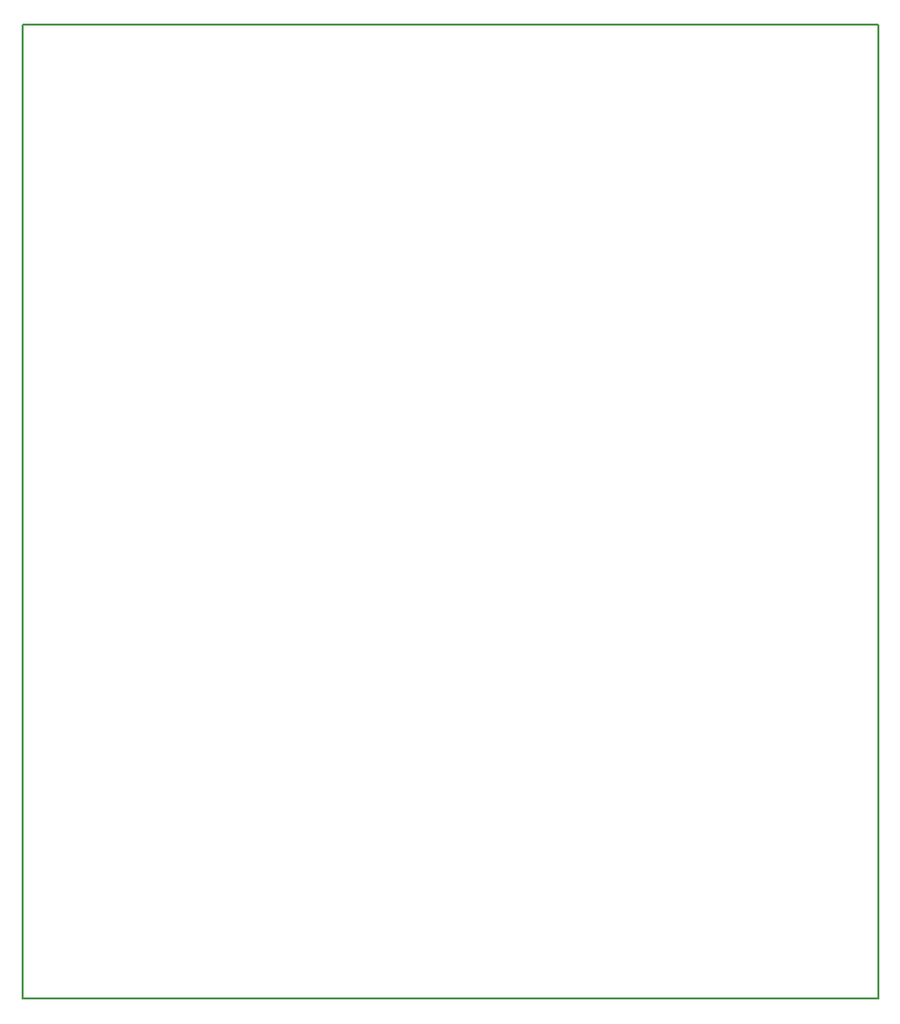
<source format=gbr>
G04 #@! TF.FileFunction,Profile,NP*
%FSLAX46Y46*%
G04 Gerber Fmt 4.6, Leading zero omitted, Abs format (unit mm)*
G04 Created by KiCad (PCBNEW 4.0.6) date 07/02/17 06:45:00*
%MOMM*%
%LPD*%
G01*
G04 APERTURE LIST*
%ADD10C,0.100000*%
%ADD11C,0.150000*%
G04 APERTURE END LIST*
D10*
D11*
X36830000Y-16510000D02*
X38100000Y-16510000D01*
X36830000Y-100330000D02*
X36830000Y-16510000D01*
X110490000Y-100330000D02*
X36830000Y-100330000D01*
X110490000Y-16510000D02*
X110490000Y-100330000D01*
X38100000Y-16510000D02*
X110490000Y-16510000D01*
M02*

</source>
